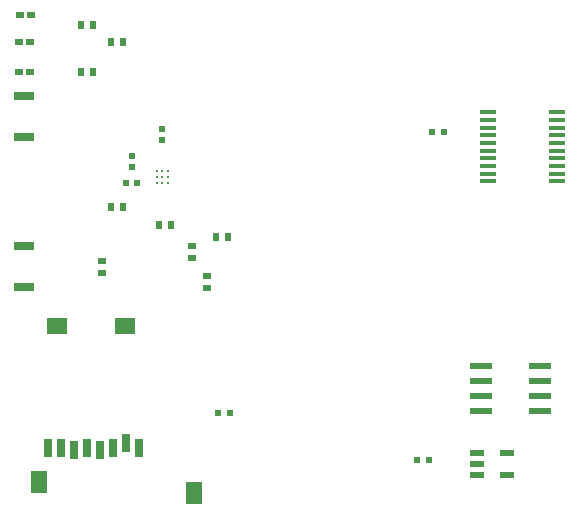
<source format=gbr>
G04 EAGLE Gerber RS-274X export*
G75*
%MOMM*%
%FSLAX34Y34*%
%LPD*%
%INSolderpaste Top*%
%IPPOS*%
%AMOC8*
5,1,8,0,0,1.08239X$1,22.5*%
G01*
G04 Define Apertures*
%ADD10R,0.700000X0.500000*%
%ADD11R,1.186400X0.597100*%
%ADD12R,1.969400X0.592200*%
%ADD13R,1.400000X1.900000*%
%ADD14R,1.800000X1.400000*%
%ADD15R,0.800000X1.500000*%
%ADD16R,0.535100X0.644000*%
%ADD17R,1.800000X0.800000*%
%ADD18R,1.473200X0.355600*%
%ADD19R,0.560000X0.629100*%
%ADD20C,0.279400*%
%ADD21R,0.629100X0.560000*%
%ADD22R,0.644000X0.535100*%
D10*
X61535Y556322D03*
X52535Y556322D03*
X60380Y533400D03*
X51380Y533400D03*
X60380Y508000D03*
X51380Y508000D03*
D11*
X439476Y185522D03*
X439476Y176022D03*
X439476Y166522D03*
X464764Y166522D03*
X464764Y185522D03*
D12*
X442624Y258572D03*
X442624Y245872D03*
X442624Y233172D03*
X442624Y220472D03*
X492096Y220472D03*
X492096Y233172D03*
X492096Y245872D03*
X492096Y258572D03*
D13*
X67810Y160978D03*
X199310Y150978D03*
D14*
X83810Y292478D03*
X140810Y292478D03*
D15*
X130710Y189478D03*
X108710Y189478D03*
X86710Y189478D03*
X75710Y189478D03*
X152710Y189478D03*
X141710Y193478D03*
X119710Y187478D03*
X97710Y187478D03*
D16*
X139695Y533400D03*
X129545Y533400D03*
X114295Y547542D03*
X104145Y547542D03*
X114295Y508000D03*
X104145Y508000D03*
D17*
X55880Y487400D03*
X55880Y452400D03*
D18*
X448310Y473750D03*
X448310Y467250D03*
X448310Y460750D03*
X448310Y454250D03*
X448310Y447750D03*
X448310Y441250D03*
X448310Y434750D03*
X448310Y428250D03*
X448310Y421750D03*
X448310Y415250D03*
X506730Y415250D03*
X506730Y421750D03*
X506730Y428250D03*
X506730Y434750D03*
X506730Y441250D03*
X506730Y447750D03*
X506730Y454250D03*
X506730Y460750D03*
X506730Y467250D03*
X506730Y473750D03*
D19*
X410895Y457200D03*
X401203Y457200D03*
X398292Y179578D03*
X388600Y179578D03*
D20*
X177721Y414099D03*
X172720Y414099D03*
X167719Y414099D03*
X177721Y419100D03*
X172720Y419100D03*
X167719Y419100D03*
X177721Y424101D03*
X172720Y424101D03*
X167719Y424101D03*
D21*
X147320Y426954D03*
X147320Y436646D03*
X172720Y449814D03*
X172720Y459506D03*
D16*
X228595Y368300D03*
X218445Y368300D03*
D22*
X210820Y325125D03*
X210820Y335275D03*
D16*
X170185Y378460D03*
X180335Y378460D03*
X129545Y393700D03*
X139695Y393700D03*
D22*
X198120Y360675D03*
X198120Y350525D03*
D17*
X55880Y360400D03*
X55880Y325400D03*
D22*
X121920Y337825D03*
X121920Y347975D03*
D19*
X151535Y414020D03*
X141843Y414020D03*
X219944Y219456D03*
X229636Y219456D03*
M02*

</source>
